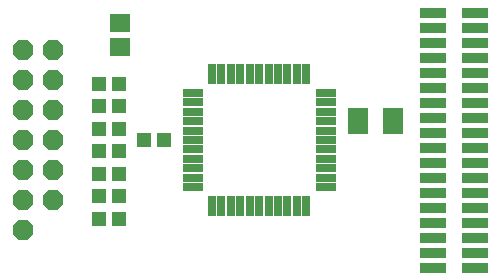
<source format=gts>
G75*
%MOIN*%
%OFA0B0*%
%FSLAX25Y25*%
%IPPOS*%
%LPD*%
%AMOC8*
5,1,8,0,0,1.08239X$1,22.5*
%
%ADD10R,0.06706X0.08674*%
%ADD11R,0.04737X0.05131*%
%ADD12R,0.06600X0.02800*%
%ADD13R,0.02800X0.06600*%
%ADD14R,0.08871X0.03792*%
%ADD15OC8,0.06800*%
%ADD16R,0.07099X0.05918*%
D10*
X0129644Y0144085D03*
X0141456Y0144085D03*
D11*
X0065146Y0137835D03*
X0058454Y0137835D03*
X0050146Y0134085D03*
X0050146Y0141585D03*
X0043454Y0141585D03*
X0043454Y0134085D03*
X0043454Y0126585D03*
X0050146Y0126585D03*
X0050146Y0119085D03*
X0043454Y0119085D03*
X0043454Y0111585D03*
X0050146Y0111585D03*
X0050146Y0149085D03*
X0043454Y0149085D03*
X0043454Y0156585D03*
X0050146Y0156585D03*
D12*
X0074700Y0153535D03*
X0074700Y0150435D03*
X0074700Y0147235D03*
X0074700Y0144135D03*
X0074700Y0140935D03*
X0074700Y0137835D03*
X0074700Y0134735D03*
X0074700Y0131535D03*
X0074700Y0128435D03*
X0074700Y0125235D03*
X0074700Y0122135D03*
X0118900Y0122135D03*
X0118900Y0125235D03*
X0118900Y0128435D03*
X0118900Y0131535D03*
X0118900Y0134735D03*
X0118900Y0137835D03*
X0118900Y0140935D03*
X0118900Y0144135D03*
X0118900Y0147235D03*
X0118900Y0150435D03*
X0118900Y0153535D03*
D13*
X0112500Y0159935D03*
X0109400Y0159935D03*
X0106200Y0159935D03*
X0103100Y0159935D03*
X0099900Y0159935D03*
X0096800Y0159935D03*
X0093700Y0159935D03*
X0090500Y0159935D03*
X0087400Y0159935D03*
X0084200Y0159935D03*
X0081100Y0159935D03*
X0081100Y0115735D03*
X0084200Y0115735D03*
X0087400Y0115735D03*
X0090500Y0115735D03*
X0093700Y0115735D03*
X0096800Y0115735D03*
X0099900Y0115735D03*
X0103100Y0115735D03*
X0106200Y0115735D03*
X0109400Y0115735D03*
X0112500Y0115735D03*
D14*
X0154792Y0115335D03*
X0154792Y0110335D03*
X0154792Y0105335D03*
X0154792Y0100335D03*
X0154792Y0095335D03*
X0168808Y0095335D03*
X0168808Y0100335D03*
X0168808Y0105335D03*
X0168808Y0110335D03*
X0168808Y0115335D03*
X0168808Y0120335D03*
X0168808Y0125335D03*
X0168808Y0130335D03*
X0168808Y0135335D03*
X0168808Y0140335D03*
X0168808Y0145335D03*
X0168808Y0150335D03*
X0168808Y0155335D03*
X0168808Y0160335D03*
X0168808Y0165335D03*
X0168808Y0170335D03*
X0168808Y0175335D03*
X0168808Y0180335D03*
X0154792Y0180335D03*
X0154792Y0175335D03*
X0154792Y0170335D03*
X0154792Y0165335D03*
X0154792Y0160335D03*
X0154792Y0155335D03*
X0154792Y0150335D03*
X0154792Y0145335D03*
X0154792Y0140335D03*
X0154792Y0135335D03*
X0154792Y0130335D03*
X0154792Y0125335D03*
X0154792Y0120335D03*
D15*
X0018050Y0107835D03*
X0018050Y0117835D03*
X0018050Y0127835D03*
X0018050Y0137835D03*
X0018050Y0147835D03*
X0018050Y0157835D03*
X0018050Y0167835D03*
X0028050Y0167835D03*
X0028050Y0157835D03*
X0028050Y0147835D03*
X0028050Y0137835D03*
X0028050Y0127835D03*
X0028050Y0117835D03*
D16*
X0050550Y0168898D03*
X0050550Y0176772D03*
M02*

</source>
